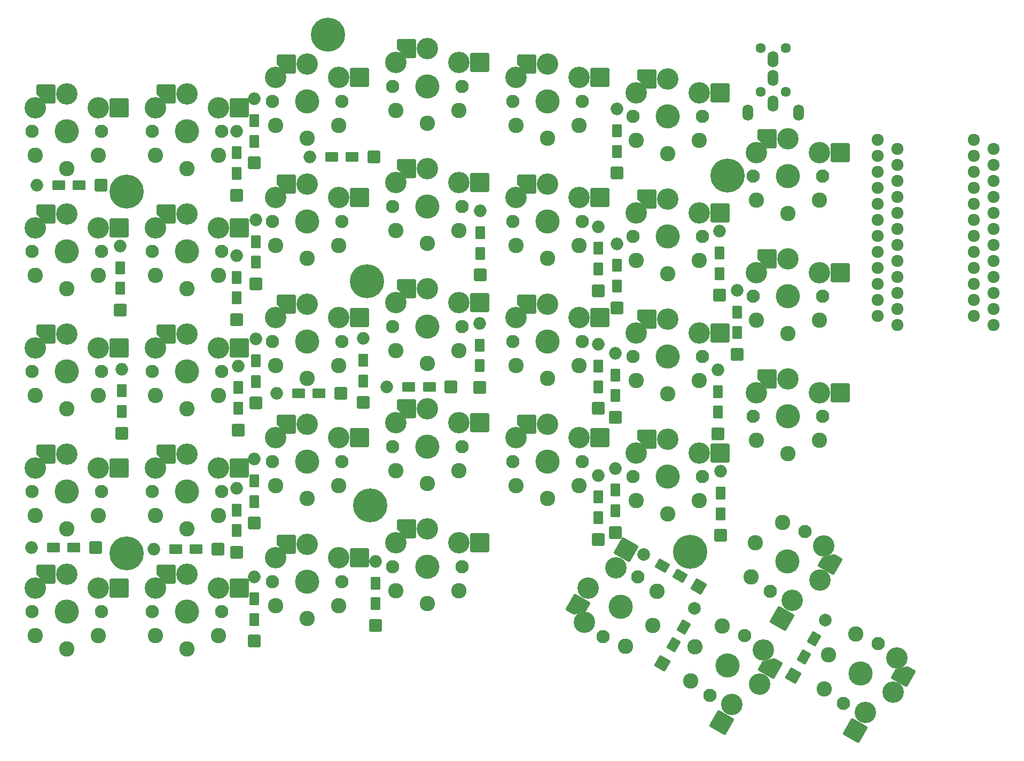
<source format=gbr>
%TF.GenerationSoftware,KiCad,Pcbnew,8.0.3*%
%TF.CreationDate,2024-07-24T18:45:32+09:00*%
%TF.ProjectId,ergodash,6572676f-6461-4736-982e-6b696361645f,2.0*%
%TF.SameCoordinates,Original*%
%TF.FileFunction,Soldermask,Bot*%
%TF.FilePolarity,Negative*%
%FSLAX46Y46*%
G04 Gerber Fmt 4.6, Leading zero omitted, Abs format (unit mm)*
G04 Created by KiCad (PCBNEW 8.0.3) date 2024-07-24 18:45:32*
%MOMM*%
%LPD*%
G01*
G04 APERTURE LIST*
G04 Aperture macros list*
%AMRoundRect*
0 Rectangle with rounded corners*
0 $1 Rounding radius*
0 $2 $3 $4 $5 $6 $7 $8 $9 X,Y pos of 4 corners*
0 Add a 4 corners polygon primitive as box body*
4,1,4,$2,$3,$4,$5,$6,$7,$8,$9,$2,$3,0*
0 Add four circle primitives for the rounded corners*
1,1,$1+$1,$2,$3*
1,1,$1+$1,$4,$5*
1,1,$1+$1,$6,$7*
1,1,$1+$1,$8,$9*
0 Add four rect primitives between the rounded corners*
20,1,$1+$1,$2,$3,$4,$5,0*
20,1,$1+$1,$4,$5,$6,$7,0*
20,1,$1+$1,$6,$7,$8,$9,0*
20,1,$1+$1,$8,$9,$2,$3,0*%
%AMHorizOval*
0 Thick line with rounded ends*
0 $1 width*
0 $2 $3 position (X,Y) of the first rounded end (center of the circle)*
0 $4 $5 position (X,Y) of the second rounded end (center of the circle)*
0 Add line between two ends*
20,1,$1,$2,$3,$4,$5,0*
0 Add two circle primitives to create the rounded ends*
1,1,$1,$2,$3*
1,1,$1,$4,$5*%
%AMFreePoly0*
4,1,22,1.386777,1.480194,1.456366,1.424698,1.494986,1.344504,1.500000,1.300000,1.500000,-1.300000,1.480194,-1.386777,1.424698,-1.456366,1.344504,-1.494986,1.300000,-1.500000,0.000000,-1.500000,-0.086777,-1.480194,-0.141421,-1.441421,-1.441421,-0.141421,-1.488777,-0.066056,-1.500000,0.000000,-1.500000,1.300000,-1.480194,1.386777,-1.424698,1.456366,-1.344504,1.494986,-1.300000,1.500000,
1.300000,1.500000,1.386777,1.480194,1.386777,1.480194,$1*%
%AMFreePoly1*
4,1,22,0.086777,1.480194,0.141421,1.441421,1.441421,0.141421,1.488777,0.066056,1.500000,0.000000,1.500000,-1.300000,1.480194,-1.386777,1.424698,-1.456366,1.344504,-1.494986,1.300000,-1.500000,-1.300000,-1.500000,-1.386777,-1.480194,-1.456366,-1.424698,-1.494986,-1.344504,-1.500000,-1.300000,-1.500000,1.300000,-1.480194,1.386777,-1.424698,1.456366,-1.344504,1.494986,-1.300000,1.500000,
0.000000,1.500000,0.086777,1.480194,0.086777,1.480194,$1*%
G04 Aperture macros list end*
%ADD10C,5.400000*%
%ADD11C,1.924000*%
%ADD12RoundRect,0.200000X0.292820X-1.092820X1.092820X0.292820X-0.292820X1.092820X-1.092820X-0.292820X0*%
%ADD13RoundRect,0.200000X0.119615X-0.992820X0.919615X0.392820X-0.119615X0.992820X-0.919615X-0.392820X0*%
%ADD14HorizOval,2.000000X0.000000X0.000000X0.000000X0.000000X0*%
%ADD15RoundRect,0.200000X-1.300000X-1.300000X1.300000X-1.300000X1.300000X1.300000X-1.300000X1.300000X0*%
%ADD16C,2.432000*%
%ADD17FreePoly0,0.000000*%
%ADD18C,2.101800*%
%ADD19C,3.400000*%
%ADD20C,3.829000*%
%ADD21RoundRect,0.200000X-0.475833X1.775833X-1.775833X-0.475833X0.475833X-1.775833X1.775833X0.475833X0*%
%ADD22FreePoly0,240.000000*%
%ADD23RoundRect,0.200000X0.475833X-1.775833X1.775833X0.475833X-0.475833X1.775833X-1.775833X-0.475833X0*%
%ADD24FreePoly0,60.000000*%
%ADD25RoundRect,0.200000X0.800000X0.800000X-0.800000X0.800000X-0.800000X-0.800000X0.800000X-0.800000X0*%
%ADD26RoundRect,0.200000X0.800000X0.600000X-0.800000X0.600000X-0.800000X-0.600000X0.800000X-0.600000X0*%
%ADD27O,2.000000X2.000000*%
%ADD28RoundRect,0.200000X0.800000X-0.800000X0.800000X0.800000X-0.800000X0.800000X-0.800000X-0.800000X0*%
%ADD29RoundRect,0.200000X0.600000X-0.800000X0.600000X0.800000X-0.600000X0.800000X-0.600000X-0.800000X0*%
%ADD30RoundRect,0.200000X1.092820X0.292820X-0.292820X1.092820X-1.092820X-0.292820X0.292820X-1.092820X0*%
%ADD31RoundRect,0.200000X0.992820X0.119615X-0.392820X0.919615X-0.992820X-0.119615X0.392820X-0.919615X0*%
%ADD32HorizOval,2.000000X0.000000X0.000000X0.000000X0.000000X0*%
%ADD33RoundRect,0.200000X1.300000X1.300000X-1.300000X1.300000X-1.300000X-1.300000X1.300000X-1.300000X0*%
%ADD34FreePoly1,180.000000*%
%ADD35C,1.610000*%
%ADD36O,1.700000X2.600000*%
G04 APERTURE END LIST*
D10*
%TO.C,U1*%
X57892000Y61468000D03*
%TD*%
%TO.C,U2*%
X115042000Y78232000D03*
%TD*%
%TO.C,U4*%
X109073000Y18542000D03*
%TD*%
%TO.C,U5*%
X19792000Y75692000D03*
%TD*%
%TO.C,U7*%
X19792000Y18288000D03*
%TD*%
%TO.C,U8*%
X58400000Y25908000D03*
%TD*%
%TO.C,U9*%
X51669000Y100584000D03*
%TD*%
D11*
%TO.C,U3*%
X138830400Y83970000D03*
X138830400Y81430000D03*
X138830400Y78890000D03*
X138830400Y76350000D03*
X138830400Y73810000D03*
X138830400Y71270000D03*
X138830400Y68730000D03*
X138830400Y66190000D03*
X138830400Y63650000D03*
X138830400Y61110000D03*
X138830400Y58570000D03*
X138830400Y56030000D03*
X154070400Y56030000D03*
X154070400Y58570000D03*
X154070400Y61110000D03*
X154070400Y63650000D03*
X154070400Y66190000D03*
X154070400Y68730000D03*
X154070400Y71270000D03*
X154070400Y73810000D03*
X154070400Y76350000D03*
X154070400Y78890000D03*
X154070400Y81430000D03*
X154070400Y83970000D03*
%TD*%
D12*
%TO.C,D68*%
X125395000Y-1061000D03*
D13*
X127120000Y1926788D03*
X128750000Y4750030D03*
D14*
X130475000Y7737818D03*
%TD*%
D15*
%TO.C,SW5*%
X37592000Y89030500D03*
D16*
X34317000Y81480500D03*
X24317000Y81480500D03*
X29317000Y79380500D03*
D17*
X26042000Y91230500D03*
D18*
X34817000Y85280500D03*
D19*
X34317000Y89030500D03*
D20*
X29317000Y85280500D03*
D19*
X29317000Y91230500D03*
X24317000Y89030500D03*
D18*
X23817000Y85280500D03*
%TD*%
D15*
%TO.C,SW6*%
X37592000Y69980500D03*
D16*
X34317000Y62430500D03*
X24317000Y62430500D03*
X29317000Y60330500D03*
D17*
X26042000Y72180500D03*
D18*
X34817000Y66230500D03*
D19*
X34317000Y69980500D03*
D20*
X29317000Y66230500D03*
D19*
X29317000Y72180500D03*
X24317000Y69980500D03*
D18*
X23817000Y66230500D03*
%TD*%
D15*
%TO.C,SW7*%
X37592000Y50930500D03*
D16*
X34317000Y43380500D03*
X24317000Y43380500D03*
X29317000Y41280500D03*
D17*
X26042000Y53130500D03*
D18*
X34817000Y47180500D03*
D19*
X34317000Y50930500D03*
D20*
X29317000Y47180500D03*
D19*
X29317000Y53130500D03*
X24317000Y50930500D03*
D18*
X23817000Y47180500D03*
%TD*%
D15*
%TO.C,SW8*%
X37592000Y31880500D03*
D16*
X34317000Y24330500D03*
X24317000Y24330500D03*
X29317000Y22230500D03*
D17*
X26042000Y34080500D03*
D18*
X34817000Y28130500D03*
D19*
X34317000Y31880500D03*
D20*
X29317000Y28130500D03*
D19*
X29317000Y34080500D03*
X24317000Y31880500D03*
D18*
X23817000Y28130500D03*
%TD*%
D15*
%TO.C,SW12*%
X56642000Y36643000D03*
D16*
X53367000Y29093000D03*
X43367000Y29093000D03*
X48367000Y26993000D03*
D17*
X45092000Y38843000D03*
D18*
X53867000Y32893000D03*
D19*
X53367000Y36643000D03*
D20*
X48367000Y32893000D03*
D19*
X48367000Y38843000D03*
X43367000Y36643000D03*
D18*
X42867000Y32893000D03*
%TD*%
D15*
%TO.C,SW13*%
X75692000Y96174300D03*
D16*
X72417000Y88624300D03*
X62417000Y88624300D03*
X67417000Y86524300D03*
D17*
X64142000Y98374300D03*
D18*
X72917000Y92424300D03*
D19*
X72417000Y96174300D03*
D20*
X67417000Y92424300D03*
D19*
X67417000Y98374300D03*
X62417000Y96174300D03*
D18*
X61917000Y92424300D03*
%TD*%
D15*
%TO.C,SW14*%
X75692000Y77124300D03*
D16*
X72417000Y69574300D03*
X62417000Y69574300D03*
X67417000Y67474300D03*
D17*
X64142000Y79324300D03*
D18*
X72917000Y73374300D03*
D19*
X72417000Y77124300D03*
D20*
X67417000Y73374300D03*
D19*
X67417000Y79324300D03*
X62417000Y77124300D03*
D18*
X61917000Y73374300D03*
%TD*%
D15*
%TO.C,SW15*%
X75692000Y58074300D03*
D16*
X72417000Y50524300D03*
X62417000Y50524300D03*
X67417000Y48424300D03*
D17*
X64142000Y60274300D03*
D18*
X72917000Y54324300D03*
D19*
X72417000Y58074300D03*
D20*
X67417000Y54324300D03*
D19*
X67417000Y60274300D03*
X62417000Y58074300D03*
D18*
X61917000Y54324300D03*
%TD*%
D15*
%TO.C,SW16*%
X75692000Y39024300D03*
D16*
X72417000Y31474300D03*
X62417000Y31474300D03*
X67417000Y29374300D03*
D17*
X64142000Y41224300D03*
D18*
X72917000Y35274300D03*
D19*
X72417000Y39024300D03*
D20*
X67417000Y35274300D03*
D19*
X67417000Y41224300D03*
X62417000Y39024300D03*
D18*
X61917000Y35274300D03*
%TD*%
D15*
%TO.C,SW17*%
X94742000Y93793000D03*
D16*
X91467000Y86243000D03*
X81467000Y86243000D03*
X86467000Y84143000D03*
D17*
X83192000Y95993000D03*
D18*
X91967000Y90043000D03*
D19*
X91467000Y93793000D03*
D20*
X86467000Y90043000D03*
D19*
X86467000Y95993000D03*
X81467000Y93793000D03*
D18*
X80967000Y90043000D03*
%TD*%
D15*
%TO.C,SW18*%
X94742000Y74743000D03*
D16*
X91467000Y67193000D03*
X81467000Y67193000D03*
X86467000Y65093000D03*
D17*
X83192000Y76943000D03*
D18*
X91967000Y70993000D03*
D19*
X91467000Y74743000D03*
D20*
X86467000Y70993000D03*
D19*
X86467000Y76943000D03*
X81467000Y74743000D03*
D18*
X80967000Y70993000D03*
%TD*%
D15*
%TO.C,SW19*%
X94742000Y55693000D03*
D16*
X91467000Y48143000D03*
X81467000Y48143000D03*
X86467000Y46043000D03*
D17*
X83192000Y57893000D03*
D18*
X91967000Y51943000D03*
D19*
X91467000Y55693000D03*
D20*
X86467000Y51943000D03*
D19*
X86467000Y57893000D03*
X81467000Y55693000D03*
D18*
X80967000Y51943000D03*
%TD*%
D15*
%TO.C,SW20*%
X94742000Y36643000D03*
D16*
X91467000Y29093000D03*
X81467000Y29093000D03*
X86467000Y26993000D03*
D17*
X83192000Y38843000D03*
D18*
X91967000Y32893000D03*
D19*
X91467000Y36643000D03*
D20*
X86467000Y32893000D03*
D19*
X86467000Y38843000D03*
X81467000Y36643000D03*
D18*
X80967000Y32893000D03*
%TD*%
D15*
%TO.C,SW21*%
X113792000Y91411800D03*
D16*
X110517000Y83861800D03*
X100517000Y83861800D03*
X105517000Y81761800D03*
D17*
X102242000Y93611800D03*
D18*
X111017000Y87661800D03*
D19*
X110517000Y91411800D03*
D20*
X105517000Y87661800D03*
D19*
X105517000Y93611800D03*
X100517000Y91411800D03*
D18*
X100017000Y87661800D03*
%TD*%
D15*
%TO.C,SW25*%
X132842000Y81886800D03*
D16*
X129567000Y74336800D03*
X119567000Y74336800D03*
X124567000Y72236800D03*
D17*
X121292000Y84086800D03*
D18*
X130067000Y78136800D03*
D19*
X129567000Y81886800D03*
D20*
X124567000Y78136800D03*
D19*
X124567000Y84086800D03*
X119567000Y81886800D03*
D18*
X119067000Y78136800D03*
%TD*%
D15*
%TO.C,SW26*%
X132842000Y62836800D03*
D16*
X129567000Y55286800D03*
X119567000Y55286800D03*
X124567000Y53186800D03*
D17*
X121292000Y65036800D03*
D18*
X130067000Y59086800D03*
D19*
X129567000Y62836800D03*
D20*
X124567000Y59086800D03*
D19*
X124567000Y65036800D03*
X119567000Y62836800D03*
D18*
X119067000Y59086800D03*
%TD*%
D15*
%TO.C,SW27*%
X132842000Y43786800D03*
D16*
X129567000Y36236800D03*
X119567000Y36236800D03*
X124567000Y34136800D03*
D17*
X121292000Y45986800D03*
D18*
X130067000Y40036800D03*
D19*
X129567000Y43786800D03*
D20*
X124567000Y40036800D03*
D19*
X124567000Y45986800D03*
X119567000Y43786800D03*
D18*
X119067000Y40036800D03*
%TD*%
D21*
%TO.C,SW28*%
X123612095Y7983740D03*
D16*
X118711103Y14594973D03*
X123711103Y23255227D03*
X119392450Y19975100D03*
D22*
X131292351Y16886333D03*
D18*
X121752000Y12261960D03*
D19*
X125249595Y10819973D03*
D20*
X124502000Y17025100D03*
D19*
X129654851Y14050100D03*
X130249595Y19480227D03*
D18*
X127252000Y21788240D03*
%TD*%
D15*
%TO.C,SW31*%
X37592000Y12830500D03*
D16*
X34317000Y5280500D03*
X24317000Y5280500D03*
X29317000Y3180500D03*
D17*
X26042000Y15030500D03*
D18*
X34817000Y9080500D03*
D19*
X34317000Y12830500D03*
D20*
X29317000Y9080500D03*
D19*
X29317000Y15030500D03*
X24317000Y12830500D03*
D18*
X23817000Y9080500D03*
%TD*%
D23*
%TO.C,SW34*%
X98953905Y18872160D03*
D16*
X103854897Y12260927D03*
X98854897Y3600673D03*
X103173550Y6880800D03*
D24*
X91273649Y9969567D03*
D18*
X100814000Y14593940D03*
D19*
X97316405Y16035927D03*
D20*
X98064000Y9830800D03*
D19*
X92911149Y12805800D03*
X92316405Y7375673D03*
D18*
X95314000Y5067660D03*
%TD*%
D21*
%TO.C,SW35*%
X114087095Y-8514260D03*
D16*
X109186103Y-1903027D03*
X114186103Y6757227D03*
X109867450Y3477100D03*
D22*
X121767351Y388333D03*
D18*
X112227000Y-4236040D03*
D19*
X115724595Y-5678027D03*
D20*
X114977000Y527100D03*
D19*
X120129851Y-2447900D03*
X120724595Y2982227D03*
D18*
X117727000Y5290240D03*
%TD*%
D25*
%TO.C,D1*%
X15700000Y76750000D03*
D26*
X12250000Y76750000D03*
X8990000Y76750000D03*
D27*
X5540000Y76750000D03*
%TD*%
D28*
%TO.C,D2*%
X18750000Y56900000D03*
D29*
X18750000Y60350000D03*
X18750000Y63610000D03*
D27*
X18750000Y67060000D03*
%TD*%
D28*
%TO.C,D3*%
X19000000Y37400000D03*
D29*
X19000000Y40850000D03*
X19000000Y44110000D03*
D27*
X19000000Y47560000D03*
%TD*%
D28*
%TO.C,D4*%
X37250000Y18500000D03*
D29*
X37250000Y21950000D03*
X37250000Y25210000D03*
D27*
X37250000Y28660000D03*
%TD*%
D28*
%TO.C,D5*%
X37250000Y75150000D03*
D29*
X37250000Y78600000D03*
X37250000Y81860000D03*
D27*
X37250000Y85310000D03*
%TD*%
D28*
%TO.C,D6*%
X37250000Y55400000D03*
D29*
X37250000Y58850000D03*
X37250000Y62110000D03*
D27*
X37250000Y65560000D03*
%TD*%
D28*
%TO.C,D7*%
X37500000Y37900000D03*
D29*
X37500000Y41350000D03*
X37500000Y44610000D03*
D27*
X37500000Y48060000D03*
%TD*%
D28*
%TO.C,D8*%
X39985000Y23114000D03*
D29*
X39985000Y26564000D03*
X39985000Y29824000D03*
D27*
X39985000Y33274000D03*
%TD*%
D28*
%TO.C,D9*%
X39985000Y80264000D03*
D29*
X39985000Y83714000D03*
X39985000Y86974000D03*
D27*
X39985000Y90424000D03*
%TD*%
D28*
%TO.C,D10*%
X40250000Y61087000D03*
D29*
X40250000Y64537000D03*
X40250000Y67797000D03*
D27*
X40250000Y71247000D03*
%TD*%
D28*
%TO.C,D11*%
X40250000Y42164000D03*
D29*
X40250000Y45614000D03*
X40250000Y48874000D03*
D27*
X40250000Y52324000D03*
%TD*%
D25*
%TO.C,D12*%
X53700000Y43750000D03*
D26*
X50250000Y43750000D03*
X46990000Y43750000D03*
D27*
X43540000Y43750000D03*
%TD*%
D25*
%TO.C,D13*%
X58950000Y81250000D03*
D26*
X55500000Y81250000D03*
X52240000Y81250000D03*
D27*
X48790000Y81250000D03*
%TD*%
D28*
%TO.C,D14*%
X75799000Y62484000D03*
D29*
X75799000Y65934000D03*
X75799000Y69194000D03*
D27*
X75799000Y72644000D03*
%TD*%
D25*
%TO.C,D16*%
X71200000Y44750000D03*
D26*
X67750000Y44750000D03*
X64490000Y44750000D03*
D27*
X61040000Y44750000D03*
%TD*%
D28*
%TO.C,D17*%
X97500000Y78650000D03*
D29*
X97500000Y82100000D03*
X97500000Y85360000D03*
D27*
X97500000Y88810000D03*
%TD*%
D28*
%TO.C,D19*%
X75750000Y44650000D03*
D29*
X75750000Y48100000D03*
X75750000Y51360000D03*
D27*
X75750000Y54810000D03*
%TD*%
D28*
%TO.C,D20*%
X94500000Y20550000D03*
D29*
X94500000Y24000000D03*
X94500000Y27260000D03*
D27*
X94500000Y30710000D03*
%TD*%
D28*
%TO.C,D21*%
X97500000Y57300000D03*
D29*
X97500000Y60750000D03*
X97500000Y64010000D03*
D27*
X97500000Y67460000D03*
%TD*%
D28*
%TO.C,D22*%
X94500000Y60000000D03*
D29*
X94500000Y63450000D03*
X94500000Y66710000D03*
D27*
X94500000Y70160000D03*
%TD*%
D28*
%TO.C,D23*%
X97262000Y39900000D03*
D29*
X97262000Y43350000D03*
X97262000Y46610000D03*
D27*
X97262000Y50060000D03*
%TD*%
D28*
%TO.C,D24*%
X97250000Y21650000D03*
D29*
X97250000Y25100000D03*
X97250000Y28360000D03*
D27*
X97250000Y31810000D03*
%TD*%
D28*
%TO.C,D25*%
X113750000Y59250000D03*
D29*
X113750000Y62700000D03*
X113750000Y65960000D03*
D27*
X113750000Y69410000D03*
%TD*%
D28*
%TO.C,D26*%
X116500000Y49900000D03*
D29*
X116500000Y53350000D03*
X116500000Y56610000D03*
D27*
X116500000Y60060000D03*
%TD*%
D28*
%TO.C,D27*%
X113500000Y37290000D03*
D29*
X113500000Y40740000D03*
X113500000Y44000000D03*
D27*
X113500000Y47450000D03*
%TD*%
D28*
%TO.C,D28*%
X113899000Y21150000D03*
D29*
X113899000Y24600000D03*
X113899000Y27860000D03*
D27*
X113899000Y31310000D03*
%TD*%
D25*
%TO.C,D29*%
X14850000Y19250000D03*
D26*
X11400000Y19250000D03*
X8140000Y19250000D03*
D27*
X4690000Y19250000D03*
%TD*%
D25*
%TO.C,D30*%
X34250000Y19000000D03*
D26*
X30800000Y19000000D03*
X27540000Y19000000D03*
D27*
X24090000Y19000000D03*
%TD*%
D28*
%TO.C,D31*%
X40000000Y4400000D03*
D29*
X40000000Y7850000D03*
X40000000Y11110000D03*
D27*
X40000000Y14560000D03*
%TD*%
D30*
%TO.C,D33*%
X110487800Y13025000D03*
D31*
X107500012Y14750000D03*
X104676770Y16380000D03*
D32*
X101688982Y18105000D03*
%TD*%
D28*
%TO.C,D32*%
X59250000Y6900000D03*
D29*
X59250000Y10350000D03*
X59250000Y13610000D03*
D27*
X59250000Y17060000D03*
%TD*%
D28*
%TO.C,D15*%
X57250000Y42250000D03*
D29*
X57250000Y45700000D03*
X57250000Y48960000D03*
D27*
X57250000Y52410000D03*
%TD*%
D28*
%TO.C,D18*%
X94500000Y41300000D03*
D29*
X94500000Y44750000D03*
X94500000Y48010000D03*
D27*
X94500000Y51460000D03*
%TD*%
D11*
%TO.C,U6*%
X141960400Y82470000D03*
X141960400Y79930000D03*
X141960400Y77390000D03*
X141960400Y74850000D03*
X141960400Y72310000D03*
X141960400Y69770000D03*
X141960400Y67230000D03*
X141960400Y64690000D03*
X141960400Y62150000D03*
X141960400Y59610000D03*
X141960400Y57070000D03*
X141960400Y54530000D03*
X157200400Y54530000D03*
X157200400Y57070000D03*
X157200400Y59610000D03*
X157200400Y62150000D03*
X157200400Y64690000D03*
X157200400Y67230000D03*
X157200400Y69770000D03*
X157200400Y72310000D03*
X157200400Y74850000D03*
X157200400Y77390000D03*
X157200400Y79930000D03*
X157200400Y82470000D03*
%TD*%
D16*
%TO.C,SW1*%
X5267000Y81480500D03*
X15267000Y81480500D03*
D33*
X18542000Y89030500D03*
D34*
X6992000Y91230500D03*
D16*
X10267000Y79380500D03*
D18*
X4767000Y85280500D03*
D19*
X5267000Y89030500D03*
X10267000Y91230500D03*
D20*
X10267000Y85280500D03*
D19*
X15267000Y89030500D03*
D18*
X15767000Y85280500D03*
%TD*%
D16*
%TO.C,SW2*%
X5267000Y62430500D03*
X15267000Y62430500D03*
D33*
X18542000Y69980500D03*
D34*
X6992000Y72180500D03*
D16*
X10267000Y60330500D03*
D18*
X4767000Y66230500D03*
D19*
X5267000Y69980500D03*
X10267000Y72180500D03*
D20*
X10267000Y66230500D03*
D19*
X15267000Y69980500D03*
D18*
X15767000Y66230500D03*
%TD*%
D16*
%TO.C,SW3*%
X5267000Y43380500D03*
X15267000Y43380500D03*
D33*
X18542000Y50930500D03*
D34*
X6992000Y53130500D03*
D16*
X10267000Y41280500D03*
D18*
X4767000Y47180500D03*
D19*
X5267000Y50930500D03*
X10267000Y53130500D03*
D20*
X10267000Y47180500D03*
D19*
X15267000Y50930500D03*
D18*
X15767000Y47180500D03*
%TD*%
D16*
%TO.C,SW4*%
X5267000Y24330500D03*
X15267000Y24330500D03*
D33*
X18542000Y31880500D03*
D34*
X6992000Y34080500D03*
D16*
X10267000Y22230500D03*
D18*
X4767000Y28130500D03*
D19*
X5267000Y31880500D03*
X10267000Y34080500D03*
D20*
X10267000Y28130500D03*
D19*
X15267000Y31880500D03*
D18*
X15767000Y28130500D03*
%TD*%
D16*
%TO.C,SW9*%
X43367000Y86243000D03*
X53367000Y86243000D03*
D33*
X56642000Y93793000D03*
D34*
X45092000Y95993000D03*
D16*
X48367000Y84143000D03*
D18*
X42867000Y90043000D03*
D19*
X43367000Y93793000D03*
X48367000Y95993000D03*
D20*
X48367000Y90043000D03*
D19*
X53367000Y93793000D03*
D18*
X53867000Y90043000D03*
%TD*%
D16*
%TO.C,SW10*%
X43367000Y67193000D03*
X53367000Y67193000D03*
D33*
X56642000Y74743000D03*
D34*
X45092000Y76943000D03*
D16*
X48367000Y65093000D03*
D18*
X42867000Y70993000D03*
D19*
X43367000Y74743000D03*
X48367000Y76943000D03*
D20*
X48367000Y70993000D03*
D19*
X53367000Y74743000D03*
D18*
X53867000Y70993000D03*
%TD*%
D16*
%TO.C,SW11*%
X43367000Y48143000D03*
X53367000Y48143000D03*
D33*
X56642000Y55693000D03*
D34*
X45092000Y57893000D03*
D16*
X48367000Y46043000D03*
D18*
X42867000Y51943000D03*
D19*
X43367000Y55693000D03*
X48367000Y57893000D03*
D20*
X48367000Y51943000D03*
D19*
X53367000Y55693000D03*
D18*
X53867000Y51943000D03*
%TD*%
D16*
%TO.C,SW22*%
X100517000Y64811800D03*
X110517000Y64811800D03*
D33*
X113792000Y72361800D03*
D34*
X102242000Y74561800D03*
D16*
X105517000Y62711800D03*
D18*
X100017000Y68611800D03*
D19*
X100517000Y72361800D03*
X105517000Y74561800D03*
D20*
X105517000Y68611800D03*
D19*
X110517000Y72361800D03*
D18*
X111017000Y68611800D03*
%TD*%
D16*
%TO.C,SW23*%
X100517000Y45761800D03*
X110517000Y45761800D03*
D33*
X113792000Y53311800D03*
D34*
X102242000Y55511800D03*
D16*
X105517000Y43661800D03*
D18*
X100017000Y49561800D03*
D19*
X100517000Y53311800D03*
X105517000Y55511800D03*
D20*
X105517000Y49561800D03*
D19*
X110517000Y53311800D03*
D18*
X111017000Y49561800D03*
%TD*%
D16*
%TO.C,SW24*%
X100517000Y26711800D03*
X110517000Y26711800D03*
D33*
X113792000Y34261800D03*
D34*
X102242000Y36461800D03*
D16*
X105517000Y24611800D03*
D18*
X100017000Y30511800D03*
D19*
X100517000Y34261800D03*
X105517000Y36461800D03*
D20*
X105517000Y30511800D03*
D19*
X110517000Y34261800D03*
D18*
X111017000Y30511800D03*
%TD*%
D16*
%TO.C,SW30*%
X5267000Y5280500D03*
X15267000Y5280500D03*
D33*
X18542000Y12830500D03*
D34*
X6992000Y15030500D03*
D16*
X10267000Y3180500D03*
D18*
X4767000Y9080500D03*
D19*
X5267000Y12830500D03*
X10267000Y15030500D03*
D20*
X10267000Y9080500D03*
D19*
X15267000Y12830500D03*
D18*
X15767000Y9080500D03*
%TD*%
D16*
%TO.C,SW32*%
X43367000Y10043000D03*
X53367000Y10043000D03*
D33*
X56642000Y17593000D03*
D34*
X45092000Y19793000D03*
D16*
X48367000Y7943000D03*
D18*
X42867000Y13843000D03*
D19*
X43367000Y17593000D03*
X48367000Y19793000D03*
D20*
X48367000Y13843000D03*
D19*
X53367000Y17593000D03*
D18*
X53867000Y13843000D03*
%TD*%
D16*
%TO.C,SW33*%
X62417000Y12424300D03*
X72417000Y12424300D03*
D33*
X75692000Y19974300D03*
D34*
X64142000Y22174300D03*
D16*
X67417000Y10324300D03*
D18*
X61917000Y16224300D03*
D19*
X62417000Y19974300D03*
X67417000Y22174300D03*
D20*
X67417000Y16224300D03*
D19*
X72417000Y19974300D03*
D18*
X72917000Y16224300D03*
%TD*%
D35*
%TO.C,J1*%
X124250000Y98527500D03*
X120250000Y98527500D03*
X124250000Y91527500D03*
X120250000Y91527500D03*
D36*
X122250000Y89727500D03*
X122250000Y96727500D03*
X122250000Y93727500D03*
X118250000Y88227500D03*
X126250000Y88227500D03*
%TD*%
D18*
%TO.C,SW41*%
X138860000Y4033140D03*
D19*
X141857595Y1725127D03*
X141262851Y-3705000D03*
D20*
X136110000Y-730000D03*
D19*
X136857595Y-6935127D03*
D18*
X133360000Y-5493140D03*
D22*
X142900351Y-868767D03*
D16*
X131000450Y2220000D03*
X135319103Y5500127D03*
X130319103Y-3160127D03*
D21*
X135220095Y-9771360D03*
%TD*%
D14*
%TO.C,D34*%
X109780000Y9632088D03*
D13*
X108055000Y6644300D03*
X106425000Y3821058D03*
D12*
X104700000Y833270D03*
%TD*%
M02*

</source>
